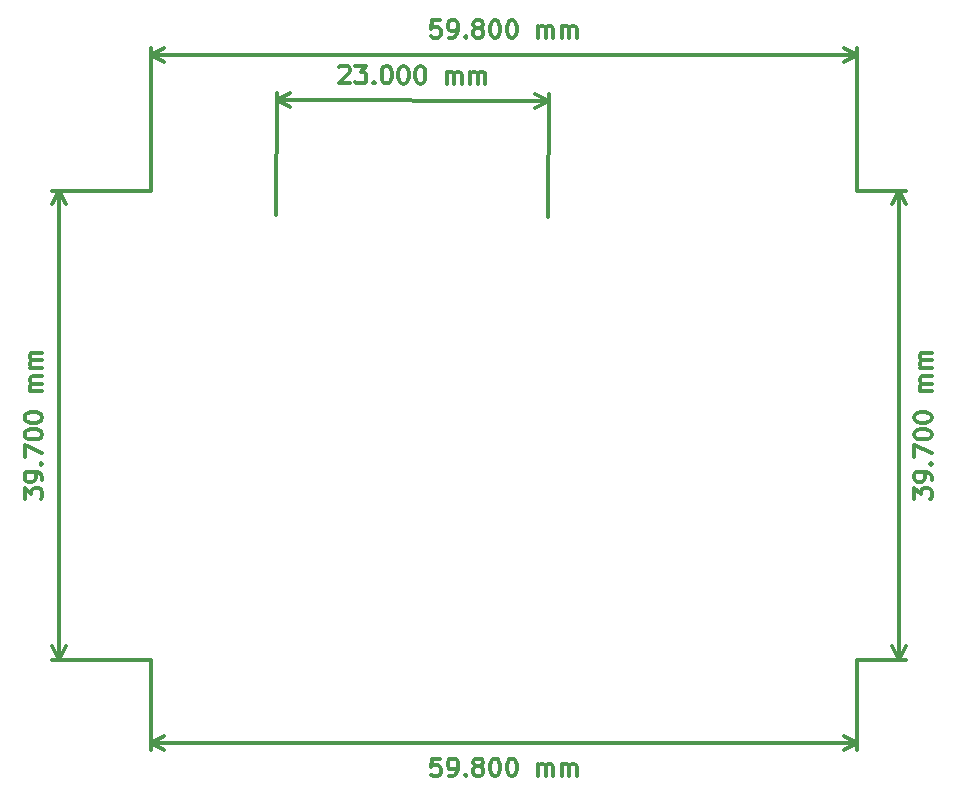
<source format=gbr>
G04 #@! TF.GenerationSoftware,KiCad,Pcbnew,(5.1.5-0-10_14)*
G04 #@! TF.CreationDate,2020-04-27T22:25:58+02:00*
G04 #@! TF.ProjectId,ESP12-Domo,45535031-322d-4446-9f6d-6f2e6b696361,rev?*
G04 #@! TF.SameCoordinates,Original*
G04 #@! TF.FileFunction,Other,Comment*
%FSLAX46Y46*%
G04 Gerber Fmt 4.6, Leading zero omitted, Abs format (unit mm)*
G04 Created by KiCad (PCBNEW (5.1.5-0-10_14)) date 2020-04-27 22:25:58*
%MOMM*%
%LPD*%
G04 APERTURE LIST*
%ADD10C,0.300000*%
G04 APERTURE END LIST*
D10*
X125171428Y-48778571D02*
X124457142Y-48778571D01*
X124385714Y-49492857D01*
X124457142Y-49421428D01*
X124600000Y-49350000D01*
X124957142Y-49350000D01*
X125100000Y-49421428D01*
X125171428Y-49492857D01*
X125242857Y-49635714D01*
X125242857Y-49992857D01*
X125171428Y-50135714D01*
X125100000Y-50207142D01*
X124957142Y-50278571D01*
X124600000Y-50278571D01*
X124457142Y-50207142D01*
X124385714Y-50135714D01*
X125957142Y-50278571D02*
X126242857Y-50278571D01*
X126385714Y-50207142D01*
X126457142Y-50135714D01*
X126600000Y-49921428D01*
X126671428Y-49635714D01*
X126671428Y-49064285D01*
X126600000Y-48921428D01*
X126528571Y-48850000D01*
X126385714Y-48778571D01*
X126100000Y-48778571D01*
X125957142Y-48850000D01*
X125885714Y-48921428D01*
X125814285Y-49064285D01*
X125814285Y-49421428D01*
X125885714Y-49564285D01*
X125957142Y-49635714D01*
X126100000Y-49707142D01*
X126385714Y-49707142D01*
X126528571Y-49635714D01*
X126600000Y-49564285D01*
X126671428Y-49421428D01*
X127314285Y-50135714D02*
X127385714Y-50207142D01*
X127314285Y-50278571D01*
X127242857Y-50207142D01*
X127314285Y-50135714D01*
X127314285Y-50278571D01*
X128242857Y-49421428D02*
X128100000Y-49350000D01*
X128028571Y-49278571D01*
X127957142Y-49135714D01*
X127957142Y-49064285D01*
X128028571Y-48921428D01*
X128100000Y-48850000D01*
X128242857Y-48778571D01*
X128528571Y-48778571D01*
X128671428Y-48850000D01*
X128742857Y-48921428D01*
X128814285Y-49064285D01*
X128814285Y-49135714D01*
X128742857Y-49278571D01*
X128671428Y-49350000D01*
X128528571Y-49421428D01*
X128242857Y-49421428D01*
X128100000Y-49492857D01*
X128028571Y-49564285D01*
X127957142Y-49707142D01*
X127957142Y-49992857D01*
X128028571Y-50135714D01*
X128100000Y-50207142D01*
X128242857Y-50278571D01*
X128528571Y-50278571D01*
X128671428Y-50207142D01*
X128742857Y-50135714D01*
X128814285Y-49992857D01*
X128814285Y-49707142D01*
X128742857Y-49564285D01*
X128671428Y-49492857D01*
X128528571Y-49421428D01*
X129742857Y-48778571D02*
X129885714Y-48778571D01*
X130028571Y-48850000D01*
X130100000Y-48921428D01*
X130171428Y-49064285D01*
X130242857Y-49350000D01*
X130242857Y-49707142D01*
X130171428Y-49992857D01*
X130100000Y-50135714D01*
X130028571Y-50207142D01*
X129885714Y-50278571D01*
X129742857Y-50278571D01*
X129600000Y-50207142D01*
X129528571Y-50135714D01*
X129457142Y-49992857D01*
X129385714Y-49707142D01*
X129385714Y-49350000D01*
X129457142Y-49064285D01*
X129528571Y-48921428D01*
X129600000Y-48850000D01*
X129742857Y-48778571D01*
X131171428Y-48778571D02*
X131314285Y-48778571D01*
X131457142Y-48850000D01*
X131528571Y-48921428D01*
X131600000Y-49064285D01*
X131671428Y-49350000D01*
X131671428Y-49707142D01*
X131600000Y-49992857D01*
X131528571Y-50135714D01*
X131457142Y-50207142D01*
X131314285Y-50278571D01*
X131171428Y-50278571D01*
X131028571Y-50207142D01*
X130957142Y-50135714D01*
X130885714Y-49992857D01*
X130814285Y-49707142D01*
X130814285Y-49350000D01*
X130885714Y-49064285D01*
X130957142Y-48921428D01*
X131028571Y-48850000D01*
X131171428Y-48778571D01*
X133457142Y-50278571D02*
X133457142Y-49278571D01*
X133457142Y-49421428D02*
X133528571Y-49350000D01*
X133671428Y-49278571D01*
X133885714Y-49278571D01*
X134028571Y-49350000D01*
X134100000Y-49492857D01*
X134100000Y-50278571D01*
X134100000Y-49492857D02*
X134171428Y-49350000D01*
X134314285Y-49278571D01*
X134528571Y-49278571D01*
X134671428Y-49350000D01*
X134742857Y-49492857D01*
X134742857Y-50278571D01*
X135457142Y-50278571D02*
X135457142Y-49278571D01*
X135457142Y-49421428D02*
X135528571Y-49350000D01*
X135671428Y-49278571D01*
X135885714Y-49278571D01*
X136028571Y-49350000D01*
X136100000Y-49492857D01*
X136100000Y-50278571D01*
X136100000Y-49492857D02*
X136171428Y-49350000D01*
X136314285Y-49278571D01*
X136528571Y-49278571D01*
X136671428Y-49350000D01*
X136742857Y-49492857D01*
X136742857Y-50278571D01*
X100700000Y-51700000D02*
X160500000Y-51700000D01*
X100700000Y-63200000D02*
X100700000Y-51113579D01*
X160500000Y-63200000D02*
X160500000Y-51113579D01*
X160500000Y-51700000D02*
X159373496Y-52286421D01*
X160500000Y-51700000D02*
X159373496Y-51113579D01*
X100700000Y-51700000D02*
X101826504Y-52286421D01*
X100700000Y-51700000D02*
X101826504Y-51113579D01*
X165278571Y-89335714D02*
X165278571Y-88407142D01*
X165850000Y-88907142D01*
X165850000Y-88692857D01*
X165921428Y-88550000D01*
X165992857Y-88478571D01*
X166135714Y-88407142D01*
X166492857Y-88407142D01*
X166635714Y-88478571D01*
X166707142Y-88550000D01*
X166778571Y-88692857D01*
X166778571Y-89121428D01*
X166707142Y-89264285D01*
X166635714Y-89335714D01*
X166778571Y-87692857D02*
X166778571Y-87407142D01*
X166707142Y-87264285D01*
X166635714Y-87192857D01*
X166421428Y-87050000D01*
X166135714Y-86978571D01*
X165564285Y-86978571D01*
X165421428Y-87050000D01*
X165350000Y-87121428D01*
X165278571Y-87264285D01*
X165278571Y-87550000D01*
X165350000Y-87692857D01*
X165421428Y-87764285D01*
X165564285Y-87835714D01*
X165921428Y-87835714D01*
X166064285Y-87764285D01*
X166135714Y-87692857D01*
X166207142Y-87550000D01*
X166207142Y-87264285D01*
X166135714Y-87121428D01*
X166064285Y-87050000D01*
X165921428Y-86978571D01*
X166635714Y-86335714D02*
X166707142Y-86264285D01*
X166778571Y-86335714D01*
X166707142Y-86407142D01*
X166635714Y-86335714D01*
X166778571Y-86335714D01*
X165278571Y-85764285D02*
X165278571Y-84764285D01*
X166778571Y-85407142D01*
X165278571Y-83907142D02*
X165278571Y-83764285D01*
X165350000Y-83621428D01*
X165421428Y-83550000D01*
X165564285Y-83478571D01*
X165850000Y-83407142D01*
X166207142Y-83407142D01*
X166492857Y-83478571D01*
X166635714Y-83550000D01*
X166707142Y-83621428D01*
X166778571Y-83764285D01*
X166778571Y-83907142D01*
X166707142Y-84050000D01*
X166635714Y-84121428D01*
X166492857Y-84192857D01*
X166207142Y-84264285D01*
X165850000Y-84264285D01*
X165564285Y-84192857D01*
X165421428Y-84121428D01*
X165350000Y-84050000D01*
X165278571Y-83907142D01*
X165278571Y-82478571D02*
X165278571Y-82335714D01*
X165350000Y-82192857D01*
X165421428Y-82121428D01*
X165564285Y-82050000D01*
X165850000Y-81978571D01*
X166207142Y-81978571D01*
X166492857Y-82050000D01*
X166635714Y-82121428D01*
X166707142Y-82192857D01*
X166778571Y-82335714D01*
X166778571Y-82478571D01*
X166707142Y-82621428D01*
X166635714Y-82692857D01*
X166492857Y-82764285D01*
X166207142Y-82835714D01*
X165850000Y-82835714D01*
X165564285Y-82764285D01*
X165421428Y-82692857D01*
X165350000Y-82621428D01*
X165278571Y-82478571D01*
X166778571Y-80192857D02*
X165778571Y-80192857D01*
X165921428Y-80192857D02*
X165850000Y-80121428D01*
X165778571Y-79978571D01*
X165778571Y-79764285D01*
X165850000Y-79621428D01*
X165992857Y-79550000D01*
X166778571Y-79550000D01*
X165992857Y-79550000D02*
X165850000Y-79478571D01*
X165778571Y-79335714D01*
X165778571Y-79121428D01*
X165850000Y-78978571D01*
X165992857Y-78907142D01*
X166778571Y-78907142D01*
X166778571Y-78192857D02*
X165778571Y-78192857D01*
X165921428Y-78192857D02*
X165850000Y-78121428D01*
X165778571Y-77978571D01*
X165778571Y-77764285D01*
X165850000Y-77621428D01*
X165992857Y-77550000D01*
X166778571Y-77550000D01*
X165992857Y-77550000D02*
X165850000Y-77478571D01*
X165778571Y-77335714D01*
X165778571Y-77121428D01*
X165850000Y-76978571D01*
X165992857Y-76907142D01*
X166778571Y-76907142D01*
X164000000Y-102900000D02*
X164000000Y-63200000D01*
X160500000Y-102900000D02*
X164586421Y-102900000D01*
X160500000Y-63200000D02*
X164586421Y-63200000D01*
X164000000Y-63200000D02*
X164586421Y-64326504D01*
X164000000Y-63200000D02*
X163413579Y-64326504D01*
X164000000Y-102900000D02*
X164586421Y-101773496D01*
X164000000Y-102900000D02*
X163413579Y-101773496D01*
X125171428Y-111278571D02*
X124457142Y-111278571D01*
X124385714Y-111992857D01*
X124457142Y-111921428D01*
X124600000Y-111850000D01*
X124957142Y-111850000D01*
X125100000Y-111921428D01*
X125171428Y-111992857D01*
X125242857Y-112135714D01*
X125242857Y-112492857D01*
X125171428Y-112635714D01*
X125100000Y-112707142D01*
X124957142Y-112778571D01*
X124600000Y-112778571D01*
X124457142Y-112707142D01*
X124385714Y-112635714D01*
X125957142Y-112778571D02*
X126242857Y-112778571D01*
X126385714Y-112707142D01*
X126457142Y-112635714D01*
X126600000Y-112421428D01*
X126671428Y-112135714D01*
X126671428Y-111564285D01*
X126600000Y-111421428D01*
X126528571Y-111350000D01*
X126385714Y-111278571D01*
X126100000Y-111278571D01*
X125957142Y-111350000D01*
X125885714Y-111421428D01*
X125814285Y-111564285D01*
X125814285Y-111921428D01*
X125885714Y-112064285D01*
X125957142Y-112135714D01*
X126100000Y-112207142D01*
X126385714Y-112207142D01*
X126528571Y-112135714D01*
X126600000Y-112064285D01*
X126671428Y-111921428D01*
X127314285Y-112635714D02*
X127385714Y-112707142D01*
X127314285Y-112778571D01*
X127242857Y-112707142D01*
X127314285Y-112635714D01*
X127314285Y-112778571D01*
X128242857Y-111921428D02*
X128100000Y-111850000D01*
X128028571Y-111778571D01*
X127957142Y-111635714D01*
X127957142Y-111564285D01*
X128028571Y-111421428D01*
X128100000Y-111350000D01*
X128242857Y-111278571D01*
X128528571Y-111278571D01*
X128671428Y-111350000D01*
X128742857Y-111421428D01*
X128814285Y-111564285D01*
X128814285Y-111635714D01*
X128742857Y-111778571D01*
X128671428Y-111850000D01*
X128528571Y-111921428D01*
X128242857Y-111921428D01*
X128100000Y-111992857D01*
X128028571Y-112064285D01*
X127957142Y-112207142D01*
X127957142Y-112492857D01*
X128028571Y-112635714D01*
X128100000Y-112707142D01*
X128242857Y-112778571D01*
X128528571Y-112778571D01*
X128671428Y-112707142D01*
X128742857Y-112635714D01*
X128814285Y-112492857D01*
X128814285Y-112207142D01*
X128742857Y-112064285D01*
X128671428Y-111992857D01*
X128528571Y-111921428D01*
X129742857Y-111278571D02*
X129885714Y-111278571D01*
X130028571Y-111350000D01*
X130100000Y-111421428D01*
X130171428Y-111564285D01*
X130242857Y-111850000D01*
X130242857Y-112207142D01*
X130171428Y-112492857D01*
X130100000Y-112635714D01*
X130028571Y-112707142D01*
X129885714Y-112778571D01*
X129742857Y-112778571D01*
X129600000Y-112707142D01*
X129528571Y-112635714D01*
X129457142Y-112492857D01*
X129385714Y-112207142D01*
X129385714Y-111850000D01*
X129457142Y-111564285D01*
X129528571Y-111421428D01*
X129600000Y-111350000D01*
X129742857Y-111278571D01*
X131171428Y-111278571D02*
X131314285Y-111278571D01*
X131457142Y-111350000D01*
X131528571Y-111421428D01*
X131600000Y-111564285D01*
X131671428Y-111850000D01*
X131671428Y-112207142D01*
X131600000Y-112492857D01*
X131528571Y-112635714D01*
X131457142Y-112707142D01*
X131314285Y-112778571D01*
X131171428Y-112778571D01*
X131028571Y-112707142D01*
X130957142Y-112635714D01*
X130885714Y-112492857D01*
X130814285Y-112207142D01*
X130814285Y-111850000D01*
X130885714Y-111564285D01*
X130957142Y-111421428D01*
X131028571Y-111350000D01*
X131171428Y-111278571D01*
X133457142Y-112778571D02*
X133457142Y-111778571D01*
X133457142Y-111921428D02*
X133528571Y-111850000D01*
X133671428Y-111778571D01*
X133885714Y-111778571D01*
X134028571Y-111850000D01*
X134100000Y-111992857D01*
X134100000Y-112778571D01*
X134100000Y-111992857D02*
X134171428Y-111850000D01*
X134314285Y-111778571D01*
X134528571Y-111778571D01*
X134671428Y-111850000D01*
X134742857Y-111992857D01*
X134742857Y-112778571D01*
X135457142Y-112778571D02*
X135457142Y-111778571D01*
X135457142Y-111921428D02*
X135528571Y-111850000D01*
X135671428Y-111778571D01*
X135885714Y-111778571D01*
X136028571Y-111850000D01*
X136100000Y-111992857D01*
X136100000Y-112778571D01*
X136100000Y-111992857D02*
X136171428Y-111850000D01*
X136314285Y-111778571D01*
X136528571Y-111778571D01*
X136671428Y-111850000D01*
X136742857Y-111992857D01*
X136742857Y-112778571D01*
X100700000Y-110000000D02*
X160500000Y-110000000D01*
X100700000Y-102900000D02*
X100700000Y-110586421D01*
X160500000Y-102900000D02*
X160500000Y-110586421D01*
X160500000Y-110000000D02*
X159373496Y-110586421D01*
X160500000Y-110000000D02*
X159373496Y-109413579D01*
X100700000Y-110000000D02*
X101826504Y-110586421D01*
X100700000Y-110000000D02*
X101826504Y-109413579D01*
X89978571Y-89335714D02*
X89978571Y-88407142D01*
X90550000Y-88907142D01*
X90550000Y-88692857D01*
X90621428Y-88550000D01*
X90692857Y-88478571D01*
X90835714Y-88407142D01*
X91192857Y-88407142D01*
X91335714Y-88478571D01*
X91407142Y-88550000D01*
X91478571Y-88692857D01*
X91478571Y-89121428D01*
X91407142Y-89264285D01*
X91335714Y-89335714D01*
X91478571Y-87692857D02*
X91478571Y-87407142D01*
X91407142Y-87264285D01*
X91335714Y-87192857D01*
X91121428Y-87050000D01*
X90835714Y-86978571D01*
X90264285Y-86978571D01*
X90121428Y-87050000D01*
X90050000Y-87121428D01*
X89978571Y-87264285D01*
X89978571Y-87550000D01*
X90050000Y-87692857D01*
X90121428Y-87764285D01*
X90264285Y-87835714D01*
X90621428Y-87835714D01*
X90764285Y-87764285D01*
X90835714Y-87692857D01*
X90907142Y-87550000D01*
X90907142Y-87264285D01*
X90835714Y-87121428D01*
X90764285Y-87050000D01*
X90621428Y-86978571D01*
X91335714Y-86335714D02*
X91407142Y-86264285D01*
X91478571Y-86335714D01*
X91407142Y-86407142D01*
X91335714Y-86335714D01*
X91478571Y-86335714D01*
X89978571Y-85764285D02*
X89978571Y-84764285D01*
X91478571Y-85407142D01*
X89978571Y-83907142D02*
X89978571Y-83764285D01*
X90050000Y-83621428D01*
X90121428Y-83550000D01*
X90264285Y-83478571D01*
X90550000Y-83407142D01*
X90907142Y-83407142D01*
X91192857Y-83478571D01*
X91335714Y-83550000D01*
X91407142Y-83621428D01*
X91478571Y-83764285D01*
X91478571Y-83907142D01*
X91407142Y-84050000D01*
X91335714Y-84121428D01*
X91192857Y-84192857D01*
X90907142Y-84264285D01*
X90550000Y-84264285D01*
X90264285Y-84192857D01*
X90121428Y-84121428D01*
X90050000Y-84050000D01*
X89978571Y-83907142D01*
X89978571Y-82478571D02*
X89978571Y-82335714D01*
X90050000Y-82192857D01*
X90121428Y-82121428D01*
X90264285Y-82050000D01*
X90550000Y-81978571D01*
X90907142Y-81978571D01*
X91192857Y-82050000D01*
X91335714Y-82121428D01*
X91407142Y-82192857D01*
X91478571Y-82335714D01*
X91478571Y-82478571D01*
X91407142Y-82621428D01*
X91335714Y-82692857D01*
X91192857Y-82764285D01*
X90907142Y-82835714D01*
X90550000Y-82835714D01*
X90264285Y-82764285D01*
X90121428Y-82692857D01*
X90050000Y-82621428D01*
X89978571Y-82478571D01*
X91478571Y-80192857D02*
X90478571Y-80192857D01*
X90621428Y-80192857D02*
X90550000Y-80121428D01*
X90478571Y-79978571D01*
X90478571Y-79764285D01*
X90550000Y-79621428D01*
X90692857Y-79550000D01*
X91478571Y-79550000D01*
X90692857Y-79550000D02*
X90550000Y-79478571D01*
X90478571Y-79335714D01*
X90478571Y-79121428D01*
X90550000Y-78978571D01*
X90692857Y-78907142D01*
X91478571Y-78907142D01*
X91478571Y-78192857D02*
X90478571Y-78192857D01*
X90621428Y-78192857D02*
X90550000Y-78121428D01*
X90478571Y-77978571D01*
X90478571Y-77764285D01*
X90550000Y-77621428D01*
X90692857Y-77550000D01*
X91478571Y-77550000D01*
X90692857Y-77550000D02*
X90550000Y-77478571D01*
X90478571Y-77335714D01*
X90478571Y-77121428D01*
X90550000Y-76978571D01*
X90692857Y-76907142D01*
X91478571Y-76907142D01*
X92900000Y-102900000D02*
X92900000Y-63200000D01*
X100700000Y-102900000D02*
X92313579Y-102900000D01*
X100700000Y-63200000D02*
X92313579Y-63200000D01*
X92900000Y-63200000D02*
X93486421Y-64326504D01*
X92900000Y-63200000D02*
X92313579Y-64326504D01*
X92900000Y-102900000D02*
X93486421Y-101773496D01*
X92900000Y-102900000D02*
X92313579Y-101773496D01*
X116640429Y-52752013D02*
X116712167Y-52680896D01*
X116855334Y-52610089D01*
X117212473Y-52611642D01*
X117355018Y-52683691D01*
X117426136Y-52755429D01*
X117496942Y-52898596D01*
X117496321Y-53041451D01*
X117423962Y-53255424D01*
X116563100Y-54108833D01*
X117491663Y-54112870D01*
X117998180Y-52615058D02*
X118926743Y-52619095D01*
X118424263Y-53188344D01*
X118638547Y-53189276D01*
X118781092Y-53261325D01*
X118852209Y-53333064D01*
X118923016Y-53476230D01*
X118921463Y-53833369D01*
X118849414Y-53975915D01*
X118777676Y-54047032D01*
X118634509Y-54117839D01*
X118205942Y-54115975D01*
X118063397Y-54043926D01*
X117992279Y-53972188D01*
X119563693Y-53979020D02*
X119634810Y-54050759D01*
X119563072Y-54121876D01*
X119491955Y-54050137D01*
X119563693Y-53979020D01*
X119563072Y-54121876D01*
X120569584Y-52626238D02*
X120712440Y-52626859D01*
X120854985Y-52698908D01*
X120926103Y-52770646D01*
X120996909Y-52913813D01*
X121067095Y-53199835D01*
X121065542Y-53556974D01*
X120992872Y-53842375D01*
X120920823Y-53984921D01*
X120849085Y-54056038D01*
X120705918Y-54126845D01*
X120563063Y-54126224D01*
X120420517Y-54054175D01*
X120349400Y-53982436D01*
X120278593Y-53839270D01*
X120208408Y-53553248D01*
X120209960Y-53196108D01*
X120282630Y-52910707D01*
X120354679Y-52768162D01*
X120426418Y-52697045D01*
X120569584Y-52626238D01*
X121998142Y-52632449D02*
X122140998Y-52633070D01*
X122283543Y-52705119D01*
X122354661Y-52776858D01*
X122425467Y-52920024D01*
X122495653Y-53206046D01*
X122494100Y-53563186D01*
X122421430Y-53848587D01*
X122349381Y-53991132D01*
X122277643Y-54062249D01*
X122134476Y-54133056D01*
X121991620Y-54132435D01*
X121849075Y-54060386D01*
X121777958Y-53988647D01*
X121707151Y-53845481D01*
X121636965Y-53559459D01*
X121638518Y-53202319D01*
X121711188Y-52916918D01*
X121783237Y-52774373D01*
X121854976Y-52703256D01*
X121998142Y-52632449D01*
X123426700Y-52638660D02*
X123569556Y-52639281D01*
X123712101Y-52711330D01*
X123783218Y-52783069D01*
X123854025Y-52926235D01*
X123924211Y-53212257D01*
X123922658Y-53569397D01*
X123849988Y-53854798D01*
X123777939Y-53997343D01*
X123706201Y-54068460D01*
X123563034Y-54139267D01*
X123420178Y-54138646D01*
X123277633Y-54066597D01*
X123206516Y-53994859D01*
X123135709Y-53851692D01*
X123065523Y-53565670D01*
X123067076Y-53208531D01*
X123139746Y-52923130D01*
X123211795Y-52780584D01*
X123283534Y-52709467D01*
X123426700Y-52638660D01*
X125705871Y-54148584D02*
X125710219Y-53148593D01*
X125709598Y-53291449D02*
X125781336Y-53220332D01*
X125924503Y-53149525D01*
X126138786Y-53150457D01*
X126281331Y-53222506D01*
X126352138Y-53365672D01*
X126348722Y-54151379D01*
X126352138Y-53365672D02*
X126424187Y-53223127D01*
X126567354Y-53152320D01*
X126781637Y-53153252D01*
X126924183Y-53225301D01*
X126994989Y-53368467D01*
X126991573Y-54154174D01*
X127705852Y-54157279D02*
X127710200Y-53157289D01*
X127709579Y-53300145D02*
X127781317Y-53229027D01*
X127924484Y-53158220D01*
X128138767Y-53159152D01*
X128281313Y-53231201D01*
X128352119Y-53374367D01*
X128348703Y-54160074D01*
X128352119Y-53374367D02*
X128424168Y-53231822D01*
X128567335Y-53161015D01*
X128781618Y-53161947D01*
X128924164Y-53233996D01*
X128994970Y-53377162D01*
X128991554Y-54162869D01*
X111342576Y-55507577D02*
X134342576Y-55607577D01*
X111300000Y-65300000D02*
X111345125Y-54921161D01*
X134300000Y-65400000D02*
X134345125Y-55021161D01*
X134342576Y-55607577D02*
X133213533Y-56189094D01*
X134342576Y-55607577D02*
X133218633Y-55016264D01*
X111342576Y-55507577D02*
X112466519Y-56098890D01*
X111342576Y-55507577D02*
X112471619Y-54926060D01*
M02*

</source>
